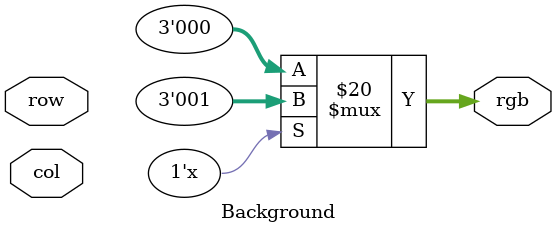
<source format=v>
module Background(
	row,		// Input: Current pixel row position
	col,		// Input: Current pixel column position
	rgb			// Output: RGB component for the given pixel
);
	/************************/
	/* Declaring parameters */
	/************************/
	parameter WIDTH = 640;
	parameter HEIGHT = 480;
	parameter LINE = 5;
	parameter COLOR = 3'b001;
	
	/********************/
	/* Declaring inputs */
	/********************/
	input wire [9:0] row;
	input wire [9:0] col;

	/*********************/
	/* Declaring outputs */
	/*********************/
	output reg [2:0] rgb;
	
	/*************/
	/* Variables */
	/*************/
	reg [9:0] auxiliar_col;
	reg [9:0] auxiliar_row;
	
	/********************************/
	/* Drawing Background Component */
	/********************************/
	always @* begin: DRAW_BACKGROUND
		auxiliar_col <= (col >= (WIDTH - LINE)) ? col - WIDTH + LINE : col ;
		auxiliar_row <= (row >= (HEIGHT - LINE)) ? row - HEIGHT + LINE : row ;
		if ( (auxiliar_row >= 0 && auxiliar_row < LINE) || (auxiliar_col >= 0 && auxiliar_col < LINE) ) begin
			rgb <= COLOR;
		end else begin
			rgb <= 3'b000;
		end
	end
	
endmodule
</source>
